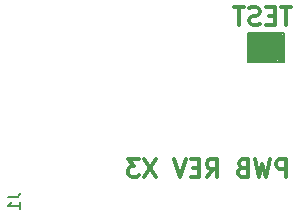
<source format=gbr>
G04 #@! TF.FileFunction,Legend,Bot*
%FSLAX46Y46*%
G04 Gerber Fmt 4.6, Leading zero omitted, Abs format (unit mm)*
G04 Created by KiCad (PCBNEW 4.0.1-stable) date 7/13/2016 11:34:53 AM*
%MOMM*%
G01*
G04 APERTURE LIST*
%ADD10C,0.150000*%
%ADD11C,0.300000*%
%ADD12C,0.200000*%
G04 APERTURE END LIST*
D10*
D11*
X30840857Y-7306571D02*
X29983714Y-7306571D01*
X30412285Y-8806571D02*
X30412285Y-7306571D01*
X29483714Y-8020857D02*
X28983714Y-8020857D01*
X28769428Y-8806571D02*
X29483714Y-8806571D01*
X29483714Y-7306571D01*
X28769428Y-7306571D01*
X28198000Y-8735143D02*
X27983714Y-8806571D01*
X27626571Y-8806571D01*
X27483714Y-8735143D01*
X27412285Y-8663714D01*
X27340857Y-8520857D01*
X27340857Y-8378000D01*
X27412285Y-8235143D01*
X27483714Y-8163714D01*
X27626571Y-8092286D01*
X27912285Y-8020857D01*
X28055143Y-7949429D01*
X28126571Y-7878000D01*
X28198000Y-7735143D01*
X28198000Y-7592286D01*
X28126571Y-7449429D01*
X28055143Y-7378000D01*
X27912285Y-7306571D01*
X27555143Y-7306571D01*
X27340857Y-7378000D01*
X26912286Y-7306571D02*
X26055143Y-7306571D01*
X26483714Y-8806571D02*
X26483714Y-7306571D01*
D12*
X30099000Y-9652000D02*
X29972000Y-9779000D01*
X30099000Y-11811000D02*
X30099000Y-9652000D01*
X29972000Y-11811000D02*
X30099000Y-11811000D01*
X29972000Y-9525000D02*
X29972000Y-11811000D01*
X29718000Y-9525000D02*
X29972000Y-9525000D01*
X29718000Y-11684000D02*
X29718000Y-9525000D01*
X29845000Y-11811000D02*
X29718000Y-11684000D01*
X29845000Y-9525000D02*
X29845000Y-11811000D01*
X29591000Y-9525000D02*
X29845000Y-9525000D01*
X29591000Y-11811000D02*
X29591000Y-9525000D01*
X29464000Y-11938000D02*
X29591000Y-11811000D01*
X29464000Y-9652000D02*
X29464000Y-11938000D01*
X29337000Y-9525000D02*
X29464000Y-9652000D01*
X29337000Y-11811000D02*
X29337000Y-9525000D01*
X29210000Y-11811000D02*
X29337000Y-11811000D01*
X29210000Y-9525000D02*
X29210000Y-11811000D01*
X29083000Y-9525000D02*
X29210000Y-9525000D01*
X29083000Y-11811000D02*
X29083000Y-9525000D01*
X28956000Y-11811000D02*
X29083000Y-11811000D01*
X28956000Y-9525000D02*
X28956000Y-11811000D01*
X28829000Y-9525000D02*
X28956000Y-9525000D01*
X29083000Y-9525000D02*
X28829000Y-9525000D01*
X28829000Y-9525000D02*
X29083000Y-9525000D01*
X28829000Y-11811000D02*
X28829000Y-9525000D01*
X28702000Y-11811000D02*
X28829000Y-11811000D01*
X28702000Y-9525000D02*
X28702000Y-11811000D01*
X28575000Y-9525000D02*
X28702000Y-9525000D01*
X28575000Y-11811000D02*
X28575000Y-9525000D01*
X28448000Y-11938000D02*
X28575000Y-11811000D01*
X28448000Y-9525000D02*
X28448000Y-11938000D01*
X28321000Y-9525000D02*
X28448000Y-9525000D01*
X28321000Y-11811000D02*
X28321000Y-9525000D01*
X28194000Y-11811000D02*
X28321000Y-11811000D01*
X28194000Y-9525000D02*
X28194000Y-11811000D01*
X28067000Y-9525000D02*
X28194000Y-9525000D01*
X28067000Y-11938000D02*
X28067000Y-9525000D01*
X28067000Y-9525000D02*
X28067000Y-11938000D01*
X27940000Y-9525000D02*
X28067000Y-9525000D01*
X27940000Y-11811000D02*
X27940000Y-9525000D01*
X28067000Y-11811000D02*
X27940000Y-11811000D01*
X27813000Y-11811000D02*
X28067000Y-11811000D01*
X27813000Y-9525000D02*
X27813000Y-11811000D01*
X27686000Y-9525000D02*
X27813000Y-9525000D01*
X27686000Y-11938000D02*
X27686000Y-9525000D01*
X27559000Y-11811000D02*
X27686000Y-11938000D01*
X27559000Y-9525000D02*
X27559000Y-11811000D01*
X27432000Y-9525000D02*
X27559000Y-9525000D01*
X27432000Y-11811000D02*
X27432000Y-9525000D01*
X27305000Y-11938000D02*
X27432000Y-11811000D01*
X27305000Y-9525000D02*
X27305000Y-11938000D01*
X27178000Y-9525000D02*
X27305000Y-9525000D01*
X27178000Y-11938000D02*
X27178000Y-9525000D01*
X27432000Y-11938000D02*
X27178000Y-11938000D01*
X27178000Y-11938000D02*
X27432000Y-11938000D01*
X27178000Y-11684000D02*
X27178000Y-11938000D01*
X27432000Y-11938000D02*
X27178000Y-11684000D01*
X30226000Y-11938000D02*
X27432000Y-11938000D01*
X30226000Y-9525000D02*
X30226000Y-11938000D01*
X27178000Y-9525000D02*
X30226000Y-9525000D01*
D11*
X30442856Y-21698571D02*
X30442856Y-20198571D01*
X29871428Y-20198571D01*
X29728570Y-20270000D01*
X29657142Y-20341429D01*
X29585713Y-20484286D01*
X29585713Y-20698571D01*
X29657142Y-20841429D01*
X29728570Y-20912857D01*
X29871428Y-20984286D01*
X30442856Y-20984286D01*
X29085713Y-20198571D02*
X28728570Y-21698571D01*
X28442856Y-20627143D01*
X28157142Y-21698571D01*
X27799999Y-20198571D01*
X26728570Y-20912857D02*
X26514284Y-20984286D01*
X26442856Y-21055714D01*
X26371427Y-21198571D01*
X26371427Y-21412857D01*
X26442856Y-21555714D01*
X26514284Y-21627143D01*
X26657142Y-21698571D01*
X27228570Y-21698571D01*
X27228570Y-20198571D01*
X26728570Y-20198571D01*
X26585713Y-20270000D01*
X26514284Y-20341429D01*
X26442856Y-20484286D01*
X26442856Y-20627143D01*
X26514284Y-20770000D01*
X26585713Y-20841429D01*
X26728570Y-20912857D01*
X27228570Y-20912857D01*
X23728570Y-21698571D02*
X24228570Y-20984286D01*
X24585713Y-21698571D02*
X24585713Y-20198571D01*
X24014285Y-20198571D01*
X23871427Y-20270000D01*
X23799999Y-20341429D01*
X23728570Y-20484286D01*
X23728570Y-20698571D01*
X23799999Y-20841429D01*
X23871427Y-20912857D01*
X24014285Y-20984286D01*
X24585713Y-20984286D01*
X23085713Y-20912857D02*
X22585713Y-20912857D01*
X22371427Y-21698571D02*
X23085713Y-21698571D01*
X23085713Y-20198571D01*
X22371427Y-20198571D01*
X21942856Y-20198571D02*
X21442856Y-21698571D01*
X20942856Y-20198571D01*
X19442856Y-20198571D02*
X18442856Y-21698571D01*
X18442856Y-20198571D02*
X19442856Y-21698571D01*
X18014285Y-20198571D02*
X17085714Y-20198571D01*
X17585714Y-20770000D01*
X17371428Y-20770000D01*
X17228571Y-20841429D01*
X17157142Y-20912857D01*
X17085714Y-21055714D01*
X17085714Y-21412857D01*
X17157142Y-21555714D01*
X17228571Y-21627143D01*
X17371428Y-21698571D01*
X17800000Y-21698571D01*
X17942857Y-21627143D01*
X18014285Y-21555714D01*
D10*
X6902381Y-23396667D02*
X7616667Y-23396667D01*
X7759524Y-23349047D01*
X7854762Y-23253809D01*
X7902381Y-23110952D01*
X7902381Y-23015714D01*
X7902381Y-24396667D02*
X7902381Y-23825238D01*
X7902381Y-24110952D02*
X6902381Y-24110952D01*
X7045238Y-24015714D01*
X7140476Y-23920476D01*
X7188095Y-23825238D01*
M02*

</source>
